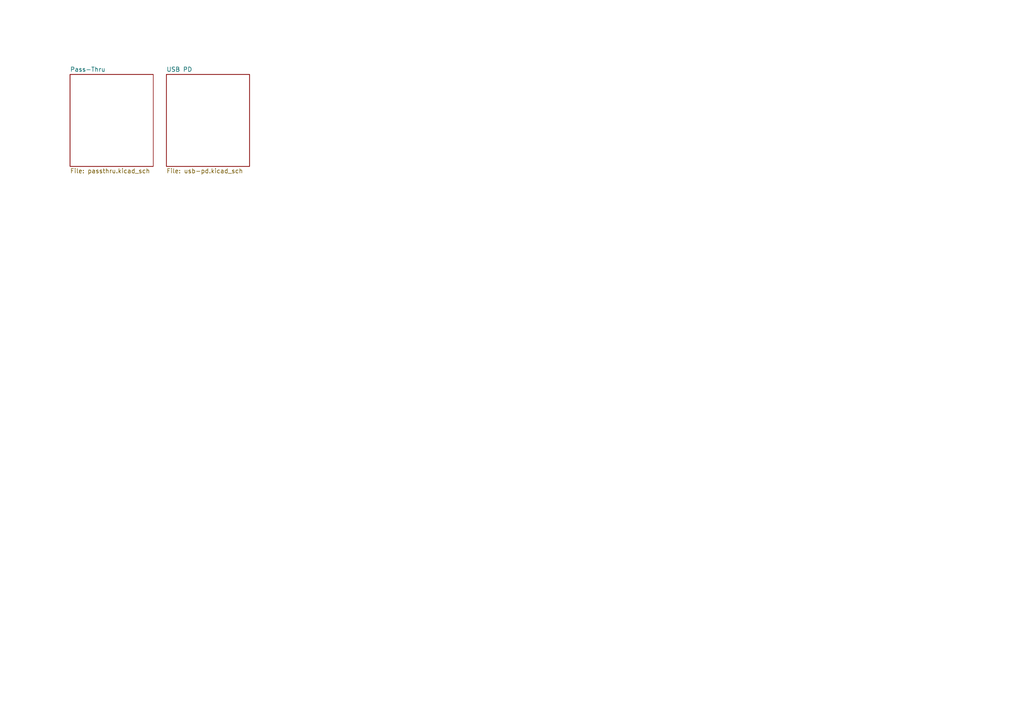
<source format=kicad_sch>
(kicad_sch
	(version 20231120)
	(generator "eeschema")
	(generator_version "8.0")
	(uuid "ba3b59af-3ddb-4424-861a-06155feea3fa")
	(paper "A4")
	(lib_symbols)
	(sheet
		(at 20.32 21.59)
		(size 24.13 26.67)
		(fields_autoplaced yes)
		(stroke
			(width 0.1524)
			(type solid)
		)
		(fill
			(color 0 0 0 0.0000)
		)
		(uuid "1b4f865f-e284-48f3-9bb0-a1c9b35aed86")
		(property "Sheetname" "Pass-Thru"
			(at 20.32 20.8784 0)
			(effects
				(font
					(size 1.27 1.27)
				)
				(justify left bottom)
			)
		)
		(property "Sheetfile" "passthru.kicad_sch"
			(at 20.32 48.8446 0)
			(effects
				(font
					(size 1.27 1.27)
				)
				(justify left top)
			)
		)
		(instances
			(project "pd-booster-null"
				(path "/ba3b59af-3ddb-4424-861a-06155feea3fa"
					(page "2")
				)
			)
		)
	)
	(sheet
		(at 48.26 21.59)
		(size 24.13 26.67)
		(fields_autoplaced yes)
		(stroke
			(width 0.1524)
			(type solid)
		)
		(fill
			(color 0 0 0 0.0000)
		)
		(uuid "bc521ec3-4789-4443-8e4b-43a4a829822c")
		(property "Sheetname" "USB PD"
			(at 48.26 20.8784 0)
			(effects
				(font
					(size 1.27 1.27)
				)
				(justify left bottom)
			)
		)
		(property "Sheetfile" "usb-pd.kicad_sch"
			(at 48.26 48.8446 0)
			(effects
				(font
					(size 1.27 1.27)
				)
				(justify left top)
			)
		)
		(instances
			(project "pd-booster-null"
				(path "/ba3b59af-3ddb-4424-861a-06155feea3fa"
					(page "3")
				)
			)
		)
	)
	(sheet_instances
		(path "/"
			(page "1")
		)
	)
)
</source>
